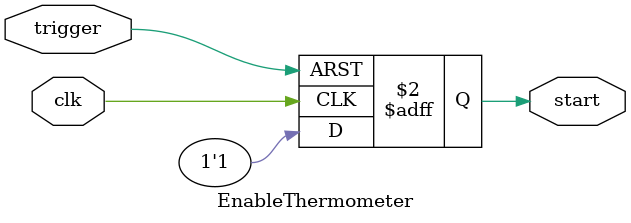
<source format=v>
`timescale 1ns / 1ps


module EnableThermometer(
        input clk,
        input trigger,
        output reg start
    );
    
    always @(posedge clk or posedge trigger)
        if(trigger)
            start <= 0;
        else
            start <= 1;
            
endmodule

</source>
